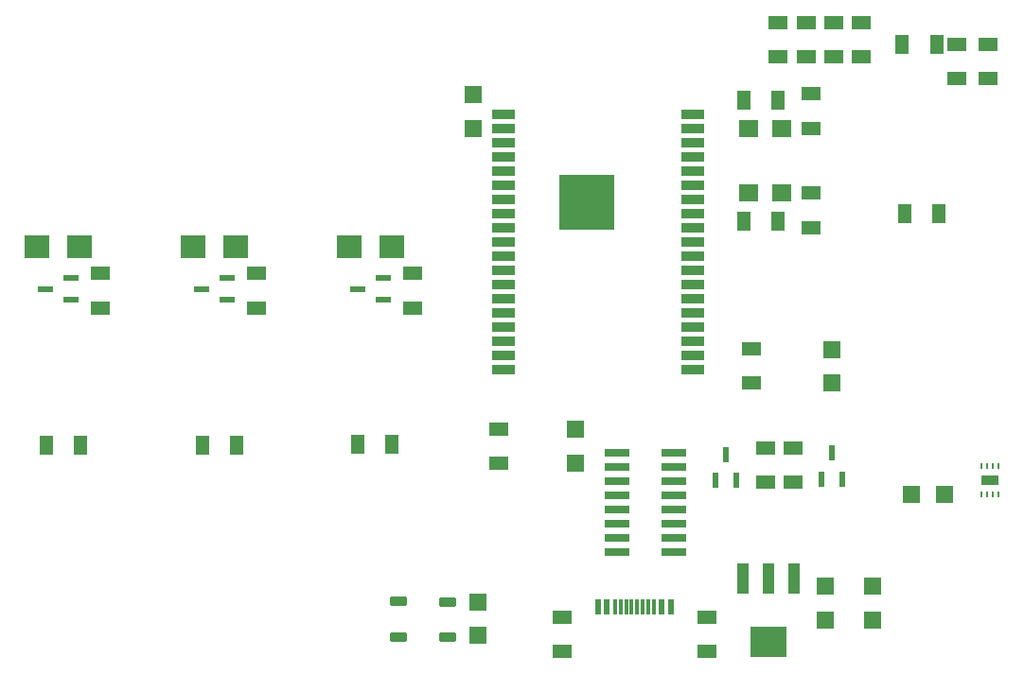
<source format=gbr>
%TF.GenerationSoftware,Altium Limited,Altium Designer,22.0.2 (36)*%
G04 Layer_Color=8421504*
%FSLAX45Y45*%
%MOMM*%
%TF.SameCoordinates,D2D0E374-18DE-4B15-8EA8-0B9E4DC8859C*%
%TF.FilePolarity,Positive*%
%TF.FileFunction,Paste,Top*%
%TF.Part,Single*%
G01*
G75*
%TA.AperFunction,ConnectorPad*%
%ADD10R,0.60000X1.45000*%
%ADD11R,0.30000X1.45000*%
%TA.AperFunction,SMDPad,CuDef*%
%ADD12R,5.00000X5.00000*%
%ADD13R,2.00000X0.90000*%
%ADD14R,1.50000X1.60000*%
%ADD15R,1.80000X1.20000*%
%ADD16R,2.20000X0.70000*%
%ADD17R,1.60000X1.50000*%
%ADD18R,1.20000X1.80000*%
G04:AMPARAMS|DCode=19|XSize=1.5mm|YSize=0.9mm|CornerRadius=0.225mm|HoleSize=0mm|Usage=FLASHONLY|Rotation=0.000|XOffset=0mm|YOffset=0mm|HoleType=Round|Shape=RoundedRectangle|*
%AMROUNDEDRECTD19*
21,1,1.50000,0.45000,0,0,0.0*
21,1,1.05000,0.90000,0,0,0.0*
1,1,0.45000,0.52500,-0.22500*
1,1,0.45000,-0.52500,-0.22500*
1,1,0.45000,-0.52500,0.22500*
1,1,0.45000,0.52500,0.22500*
%
%ADD19ROUNDEDRECTD19*%
%ADD20R,0.60000X1.45000*%
%ADD21R,2.20000X2.00000*%
%ADD22R,1.45000X0.60000*%
%ADD23R,1.60000X0.90000*%
%ADD24R,0.25000X0.55000*%
%ADD25R,1.70000X1.60000*%
%ADD26R,1.00000X2.70000*%
%ADD27R,3.30000X2.70000*%
D10*
X7224999Y1641120D02*
D03*
X7144999D02*
D03*
D03*
X7224999D02*
D03*
X6574999D02*
D03*
X6654999D02*
D03*
D03*
X6574999D02*
D03*
D11*
X6824999D02*
D03*
X7074999D02*
D03*
X6724999D02*
D03*
X6974999D02*
D03*
X6774999D02*
D03*
X6924999D02*
D03*
X6874999D02*
D03*
X7024999D02*
D03*
D12*
X6474720Y5261760D02*
D03*
D13*
X5724720Y6053760D02*
D03*
Y5926760D02*
D03*
Y5799760D02*
D03*
Y5672760D02*
D03*
Y5545760D02*
D03*
Y5418760D02*
D03*
Y5291760D02*
D03*
Y5164760D02*
D03*
Y5037760D02*
D03*
Y4910760D02*
D03*
Y4783760D02*
D03*
Y4656760D02*
D03*
Y4529760D02*
D03*
Y4402760D02*
D03*
Y4275760D02*
D03*
Y4148760D02*
D03*
Y4021760D02*
D03*
Y3894760D02*
D03*
X7424720Y6053760D02*
D03*
Y5926760D02*
D03*
Y5799760D02*
D03*
Y5672760D02*
D03*
Y5545760D02*
D03*
Y5418760D02*
D03*
Y5291760D02*
D03*
Y5164760D02*
D03*
Y5037760D02*
D03*
Y4910760D02*
D03*
Y4783760D02*
D03*
Y4656760D02*
D03*
Y4529760D02*
D03*
Y4402760D02*
D03*
Y4275760D02*
D03*
Y4148760D02*
D03*
Y4021760D02*
D03*
Y3894760D02*
D03*
Y3767760D02*
D03*
X5724720D02*
D03*
D14*
X9677400Y2650000D02*
D03*
X9375000D02*
D03*
D15*
X8930000Y6871000D02*
D03*
Y6564000D02*
D03*
X7950000Y3950000D02*
D03*
Y3643001D02*
D03*
X6252304Y1549619D02*
D03*
Y1242620D02*
D03*
X8315835Y3063500D02*
D03*
Y2756500D02*
D03*
X8070000Y3063500D02*
D03*
Y2756500D02*
D03*
X7552684Y1242620D02*
D03*
Y1549619D02*
D03*
X4919542Y4318855D02*
D03*
Y4625855D02*
D03*
X3522542Y4318855D02*
D03*
Y4625855D02*
D03*
X2125542Y4318855D02*
D03*
Y4625855D02*
D03*
X10060000Y6678500D02*
D03*
Y6371500D02*
D03*
X8483619Y5926760D02*
D03*
Y6233760D02*
D03*
X8483620Y5344760D02*
D03*
Y5037761D02*
D03*
X5690000Y3232100D02*
D03*
Y2925100D02*
D03*
X8435000Y6871000D02*
D03*
Y6564000D02*
D03*
X9787500Y6678500D02*
D03*
Y6371500D02*
D03*
X8680000Y6564000D02*
D03*
Y6871000D02*
D03*
X8185000Y6871000D02*
D03*
Y6564000D02*
D03*
D16*
X7252500Y2128000D02*
D03*
Y2255000D02*
D03*
Y2382000D02*
D03*
Y2509000D02*
D03*
Y2636000D02*
D03*
Y2763000D02*
D03*
Y2890000D02*
D03*
Y3017000D02*
D03*
X6742500Y2128000D02*
D03*
Y2255000D02*
D03*
Y2382000D02*
D03*
Y2509000D02*
D03*
Y2636000D02*
D03*
Y2763000D02*
D03*
Y2890000D02*
D03*
Y3017000D02*
D03*
D17*
X8667500Y3945401D02*
D03*
Y3643001D02*
D03*
X6375000Y3230000D02*
D03*
Y2927600D02*
D03*
X5460000Y6229160D02*
D03*
Y5926760D02*
D03*
X5502684Y1383720D02*
D03*
Y1686120D02*
D03*
X8605184Y1520100D02*
D03*
Y1822500D02*
D03*
X9027685D02*
D03*
Y1520100D02*
D03*
D18*
X1943542Y3087917D02*
D03*
X1636542D02*
D03*
X3340542D02*
D03*
X3033542D02*
D03*
X9603234Y6678500D02*
D03*
X9296234D02*
D03*
X4728042Y3098800D02*
D03*
X4421042D02*
D03*
X8185000Y5090761D02*
D03*
X7878000D02*
D03*
X8184999Y6180760D02*
D03*
X7877999D02*
D03*
X9624000Y5164760D02*
D03*
X9317000D02*
D03*
D19*
X5230745Y1686120D02*
D03*
Y1366120D02*
D03*
X4790745Y1691120D02*
D03*
Y1366120D02*
D03*
D20*
X7717500Y3007285D02*
D03*
X7812500Y2772285D02*
D03*
X7622500D02*
D03*
X8667500Y3017000D02*
D03*
X8762500Y2782000D02*
D03*
X8572500D02*
D03*
D21*
X4731042Y4868593D02*
D03*
X4346042D02*
D03*
X3334042D02*
D03*
X2949042D02*
D03*
X1937042D02*
D03*
X1552042D02*
D03*
D22*
X4421042Y4487593D02*
D03*
X4656042Y4582593D02*
D03*
Y4392593D02*
D03*
X3024042Y4487593D02*
D03*
X3259042Y4582593D02*
D03*
Y4392593D02*
D03*
X1627042Y4487593D02*
D03*
X1862042Y4582593D02*
D03*
Y4392593D02*
D03*
D23*
X10077500Y2772500D02*
D03*
D24*
X10002500Y2645000D02*
D03*
X10052500D02*
D03*
X10102500D02*
D03*
X10152500D02*
D03*
X10002500Y2900000D02*
D03*
X10052500D02*
D03*
X10102500D02*
D03*
X10152500D02*
D03*
D25*
X8219300Y5344761D02*
D03*
X7916900D02*
D03*
X8219300Y5926760D02*
D03*
X7916900D02*
D03*
D26*
X8328284Y1897500D02*
D03*
X8098284D02*
D03*
X7868284D02*
D03*
D27*
X8098284Y1327500D02*
D03*
%TF.MD5,c6f60e5a76764a295ff4f4fb2c4a6fb8*%
M02*

</source>
